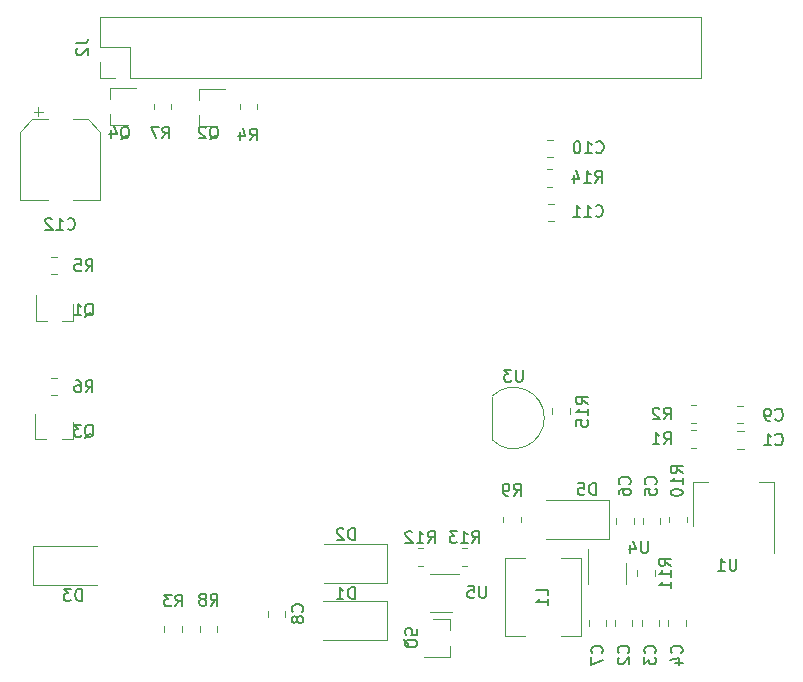
<source format=gbr>
%TF.GenerationSoftware,KiCad,Pcbnew,5.1.9+dfsg1-1*%
%TF.CreationDate,2021-12-20T12:13:36+01:00*%
%TF.ProjectId,RaspberryPi_UPS_HAT,52617370-6265-4727-9279-50695f555053,rev?*%
%TF.SameCoordinates,Original*%
%TF.FileFunction,Legend,Bot*%
%TF.FilePolarity,Positive*%
%FSLAX46Y46*%
G04 Gerber Fmt 4.6, Leading zero omitted, Abs format (unit mm)*
G04 Created by KiCad (PCBNEW 5.1.9+dfsg1-1) date 2021-12-20 12:13:36*
%MOMM*%
%LPD*%
G01*
G04 APERTURE LIST*
%ADD10C,0.120000*%
%ADD11C,0.150000*%
G04 APERTURE END LIST*
D10*
%TO.C,U5*%
X88150000Y-89810000D02*
X86350000Y-89810000D01*
X86350000Y-86590000D02*
X88800000Y-86590000D01*
%TO.C,U1*%
X108590000Y-78790000D02*
X109850000Y-78790000D01*
X115410000Y-78790000D02*
X114150000Y-78790000D01*
X108590000Y-82550000D02*
X108590000Y-78790000D01*
X115410000Y-84800000D02*
X115410000Y-78790000D01*
%TO.C,J2*%
X58340000Y-39400000D02*
X58340000Y-42000000D01*
X58340000Y-39400000D02*
X109260000Y-39400000D01*
X109260000Y-39400000D02*
X109260000Y-44600000D01*
X60940000Y-44600000D02*
X109260000Y-44600000D01*
X60940000Y-42000000D02*
X60940000Y-44600000D01*
X58340000Y-42000000D02*
X60940000Y-42000000D01*
X58340000Y-44600000D02*
X59670000Y-44600000D01*
X58340000Y-43270000D02*
X58340000Y-44600000D01*
%TO.C,U4*%
X102895000Y-85640000D02*
X102895000Y-87440000D01*
X99675000Y-87440000D02*
X99675000Y-84490000D01*
%TO.C,R15*%
X98135000Y-72572936D02*
X98135000Y-73027064D01*
X96665000Y-72572936D02*
X96665000Y-73027064D01*
%TO.C,Q2*%
X66800000Y-48650000D02*
X68260000Y-48650000D01*
X66800000Y-45490000D02*
X68960000Y-45490000D01*
X66800000Y-45490000D02*
X66800000Y-46420000D01*
X66800000Y-48650000D02*
X66800000Y-47720000D01*
%TO.C,Q1*%
X56080000Y-65150000D02*
X56080000Y-63690000D01*
X52920000Y-65150000D02*
X52920000Y-62990000D01*
X52920000Y-65150000D02*
X53850000Y-65150000D01*
X56080000Y-65150000D02*
X55150000Y-65150000D01*
%TO.C,R14*%
X96222936Y-52315000D02*
X96677064Y-52315000D01*
X96222936Y-53785000D02*
X96677064Y-53785000D01*
%TO.C,R13*%
X89477064Y-85885000D02*
X89022936Y-85885000D01*
X89477064Y-84415000D02*
X89022936Y-84415000D01*
%TO.C,R12*%
X85727064Y-85885000D02*
X85272936Y-85885000D01*
X85727064Y-84415000D02*
X85272936Y-84415000D01*
%TO.C,R11*%
X105335000Y-86272936D02*
X105335000Y-86727064D01*
X103865000Y-86272936D02*
X103865000Y-86727064D01*
%TO.C,R10*%
X108035000Y-81742936D02*
X108035000Y-82197064D01*
X106565000Y-81742936D02*
X106565000Y-82197064D01*
%TO.C,R9*%
X92515000Y-82177064D02*
X92515000Y-81722936D01*
X93985000Y-82177064D02*
X93985000Y-81722936D01*
%TO.C,R8*%
X68285000Y-91022936D02*
X68285000Y-91477064D01*
X66815000Y-91022936D02*
X66815000Y-91477064D01*
%TO.C,R7*%
X64410000Y-46757936D02*
X64410000Y-47212064D01*
X62940000Y-46757936D02*
X62940000Y-47212064D01*
%TO.C,R6*%
X54257936Y-70005000D02*
X54712064Y-70005000D01*
X54257936Y-71475000D02*
X54712064Y-71475000D01*
%TO.C,R5*%
X54257936Y-59755000D02*
X54712064Y-59755000D01*
X54257936Y-61225000D02*
X54712064Y-61225000D01*
%TO.C,R4*%
X71660000Y-46757936D02*
X71660000Y-47212064D01*
X70190000Y-46757936D02*
X70190000Y-47212064D01*
%TO.C,R3*%
X65285000Y-91022936D02*
X65285000Y-91477064D01*
X63815000Y-91022936D02*
X63815000Y-91477064D01*
%TO.C,R2*%
X108422936Y-72315000D02*
X108877064Y-72315000D01*
X108422936Y-73785000D02*
X108877064Y-73785000D01*
%TO.C,R1*%
X108422936Y-74415000D02*
X108877064Y-74415000D01*
X108422936Y-75885000D02*
X108877064Y-75885000D01*
%TO.C,D3*%
X52700000Y-87550000D02*
X58100000Y-87550000D01*
X52700000Y-84250000D02*
X58100000Y-84250000D01*
X52700000Y-87550000D02*
X52700000Y-84250000D01*
%TO.C,C12*%
X52758750Y-47456250D02*
X53546250Y-47456250D01*
X53152500Y-47062500D02*
X53152500Y-47850000D01*
X57345563Y-48090000D02*
X58410000Y-49154437D01*
X52654437Y-48090000D02*
X51590000Y-49154437D01*
X52654437Y-48090000D02*
X53940000Y-48090000D01*
X57345563Y-48090000D02*
X56060000Y-48090000D01*
X58410000Y-49154437D02*
X58410000Y-54910000D01*
X51590000Y-49154437D02*
X51590000Y-54910000D01*
X51590000Y-54910000D02*
X53940000Y-54910000D01*
X58410000Y-54910000D02*
X56060000Y-54910000D01*
%TO.C,C11*%
X96288748Y-55225000D02*
X96811252Y-55225000D01*
X96288748Y-56695000D02*
X96811252Y-56695000D01*
%TO.C,C10*%
X96711252Y-51285000D02*
X96188748Y-51285000D01*
X96711252Y-49815000D02*
X96188748Y-49815000D01*
%TO.C,Q3*%
X56065000Y-75200000D02*
X56065000Y-73740000D01*
X52905000Y-75200000D02*
X52905000Y-73040000D01*
X52905000Y-75200000D02*
X53835000Y-75200000D01*
X56065000Y-75200000D02*
X55135000Y-75200000D01*
%TO.C,Q4*%
X59265000Y-48565000D02*
X60725000Y-48565000D01*
X59265000Y-45405000D02*
X61425000Y-45405000D01*
X59265000Y-45405000D02*
X59265000Y-46335000D01*
X59265000Y-48565000D02*
X59265000Y-47635000D01*
%TO.C,U3*%
X91550000Y-75180000D02*
X91550000Y-71580000D01*
X91561522Y-71541522D02*
G75*
G02*
X96000000Y-73380000I1838478J-1838478D01*
G01*
X91561522Y-75218478D02*
G75*
G03*
X96000000Y-73380000I1838478J1838478D01*
G01*
%TO.C,D2*%
X82705000Y-84060000D02*
X77305000Y-84060000D01*
X82705000Y-87360000D02*
X77305000Y-87360000D01*
X82705000Y-84060000D02*
X82705000Y-87360000D01*
%TO.C,C1*%
X112338748Y-74515000D02*
X112861252Y-74515000D01*
X112338748Y-75985000D02*
X112861252Y-75985000D01*
%TO.C,C2*%
X103460000Y-90458748D02*
X103460000Y-90981252D01*
X101990000Y-90458748D02*
X101990000Y-90981252D01*
%TO.C,C3*%
X105735000Y-90458748D02*
X105735000Y-90981252D01*
X104265000Y-90458748D02*
X104265000Y-90981252D01*
%TO.C,C4*%
X107960000Y-90458748D02*
X107960000Y-90981252D01*
X106490000Y-90458748D02*
X106490000Y-90981252D01*
%TO.C,C5*%
X105805000Y-81818748D02*
X105805000Y-82341252D01*
X104335000Y-81818748D02*
X104335000Y-82341252D01*
%TO.C,C6*%
X103565000Y-81818748D02*
X103565000Y-82341252D01*
X102095000Y-81818748D02*
X102095000Y-82341252D01*
%TO.C,L1*%
X92700000Y-91850000D02*
X94400000Y-91850000D01*
X92700000Y-85250000D02*
X92700000Y-91850000D01*
X94400000Y-85250000D02*
X92700000Y-85250000D01*
X99100000Y-85250000D02*
X97400000Y-85250000D01*
X99100000Y-91850000D02*
X99100000Y-85250000D01*
X97400000Y-91850000D02*
X99100000Y-91850000D01*
%TO.C,C7*%
X101235000Y-90488748D02*
X101235000Y-91011252D01*
X99765000Y-90488748D02*
X99765000Y-91011252D01*
%TO.C,C8*%
X74035000Y-89688748D02*
X74035000Y-90211252D01*
X72565000Y-89688748D02*
X72565000Y-90211252D01*
%TO.C,C9*%
X112288748Y-72365000D02*
X112811252Y-72365000D01*
X112288748Y-73835000D02*
X112811252Y-73835000D01*
%TO.C,D1*%
X82680000Y-88885000D02*
X77280000Y-88885000D01*
X82680000Y-92185000D02*
X77280000Y-92185000D01*
X82680000Y-88885000D02*
X82680000Y-92185000D01*
%TO.C,Q5*%
X88010000Y-90420000D02*
X86550000Y-90420000D01*
X88010000Y-93580000D02*
X85850000Y-93580000D01*
X88010000Y-93580000D02*
X88010000Y-92650000D01*
X88010000Y-90420000D02*
X88010000Y-91350000D01*
%TO.C,D5*%
X101500000Y-80300000D02*
X96100000Y-80300000D01*
X101500000Y-83600000D02*
X96100000Y-83600000D01*
X101500000Y-80300000D02*
X101500000Y-83600000D01*
%TO.C,U5*%
D11*
X91061904Y-87602380D02*
X91061904Y-88411904D01*
X91014285Y-88507142D01*
X90966666Y-88554761D01*
X90871428Y-88602380D01*
X90680952Y-88602380D01*
X90585714Y-88554761D01*
X90538095Y-88507142D01*
X90490476Y-88411904D01*
X90490476Y-87602380D01*
X89538095Y-87602380D02*
X90014285Y-87602380D01*
X90061904Y-88078571D01*
X90014285Y-88030952D01*
X89919047Y-87983333D01*
X89680952Y-87983333D01*
X89585714Y-88030952D01*
X89538095Y-88078571D01*
X89490476Y-88173809D01*
X89490476Y-88411904D01*
X89538095Y-88507142D01*
X89585714Y-88554761D01*
X89680952Y-88602380D01*
X89919047Y-88602380D01*
X90014285Y-88554761D01*
X90061904Y-88507142D01*
%TO.C,U1*%
X112261904Y-85302380D02*
X112261904Y-86111904D01*
X112214285Y-86207142D01*
X112166666Y-86254761D01*
X112071428Y-86302380D01*
X111880952Y-86302380D01*
X111785714Y-86254761D01*
X111738095Y-86207142D01*
X111690476Y-86111904D01*
X111690476Y-85302380D01*
X110690476Y-86302380D02*
X111261904Y-86302380D01*
X110976190Y-86302380D02*
X110976190Y-85302380D01*
X111071428Y-85445238D01*
X111166666Y-85540476D01*
X111261904Y-85588095D01*
%TO.C,J2*%
X56352380Y-41666666D02*
X57066666Y-41666666D01*
X57209523Y-41619047D01*
X57304761Y-41523809D01*
X57352380Y-41380952D01*
X57352380Y-41285714D01*
X56447619Y-42095238D02*
X56400000Y-42142857D01*
X56352380Y-42238095D01*
X56352380Y-42476190D01*
X56400000Y-42571428D01*
X56447619Y-42619047D01*
X56542857Y-42666666D01*
X56638095Y-42666666D01*
X56780952Y-42619047D01*
X57352380Y-42047619D01*
X57352380Y-42666666D01*
%TO.C,U4*%
X104761904Y-83802380D02*
X104761904Y-84611904D01*
X104714285Y-84707142D01*
X104666666Y-84754761D01*
X104571428Y-84802380D01*
X104380952Y-84802380D01*
X104285714Y-84754761D01*
X104238095Y-84707142D01*
X104190476Y-84611904D01*
X104190476Y-83802380D01*
X103285714Y-84135714D02*
X103285714Y-84802380D01*
X103523809Y-83754761D02*
X103761904Y-84469047D01*
X103142857Y-84469047D01*
%TO.C,R15*%
X99702380Y-72207142D02*
X99226190Y-71873809D01*
X99702380Y-71635714D02*
X98702380Y-71635714D01*
X98702380Y-72016666D01*
X98750000Y-72111904D01*
X98797619Y-72159523D01*
X98892857Y-72207142D01*
X99035714Y-72207142D01*
X99130952Y-72159523D01*
X99178571Y-72111904D01*
X99226190Y-72016666D01*
X99226190Y-71635714D01*
X99702380Y-73159523D02*
X99702380Y-72588095D01*
X99702380Y-72873809D02*
X98702380Y-72873809D01*
X98845238Y-72778571D01*
X98940476Y-72683333D01*
X98988095Y-72588095D01*
X98702380Y-74064285D02*
X98702380Y-73588095D01*
X99178571Y-73540476D01*
X99130952Y-73588095D01*
X99083333Y-73683333D01*
X99083333Y-73921428D01*
X99130952Y-74016666D01*
X99178571Y-74064285D01*
X99273809Y-74111904D01*
X99511904Y-74111904D01*
X99607142Y-74064285D01*
X99654761Y-74016666D01*
X99702380Y-73921428D01*
X99702380Y-73683333D01*
X99654761Y-73588095D01*
X99607142Y-73540476D01*
%TO.C,Q2*%
X67655238Y-49797619D02*
X67750476Y-49750000D01*
X67845714Y-49654761D01*
X67988571Y-49511904D01*
X68083809Y-49464285D01*
X68179047Y-49464285D01*
X68131428Y-49702380D02*
X68226666Y-49654761D01*
X68321904Y-49559523D01*
X68369523Y-49369047D01*
X68369523Y-49035714D01*
X68321904Y-48845238D01*
X68226666Y-48750000D01*
X68131428Y-48702380D01*
X67940952Y-48702380D01*
X67845714Y-48750000D01*
X67750476Y-48845238D01*
X67702857Y-49035714D01*
X67702857Y-49369047D01*
X67750476Y-49559523D01*
X67845714Y-49654761D01*
X67940952Y-49702380D01*
X68131428Y-49702380D01*
X67321904Y-48797619D02*
X67274285Y-48750000D01*
X67179047Y-48702380D01*
X66940952Y-48702380D01*
X66845714Y-48750000D01*
X66798095Y-48797619D01*
X66750476Y-48892857D01*
X66750476Y-48988095D01*
X66798095Y-49130952D01*
X67369523Y-49702380D01*
X66750476Y-49702380D01*
%TO.C,Q1*%
X57095238Y-64797619D02*
X57190476Y-64750000D01*
X57285714Y-64654761D01*
X57428571Y-64511904D01*
X57523809Y-64464285D01*
X57619047Y-64464285D01*
X57571428Y-64702380D02*
X57666666Y-64654761D01*
X57761904Y-64559523D01*
X57809523Y-64369047D01*
X57809523Y-64035714D01*
X57761904Y-63845238D01*
X57666666Y-63750000D01*
X57571428Y-63702380D01*
X57380952Y-63702380D01*
X57285714Y-63750000D01*
X57190476Y-63845238D01*
X57142857Y-64035714D01*
X57142857Y-64369047D01*
X57190476Y-64559523D01*
X57285714Y-64654761D01*
X57380952Y-64702380D01*
X57571428Y-64702380D01*
X56190476Y-64702380D02*
X56761904Y-64702380D01*
X56476190Y-64702380D02*
X56476190Y-63702380D01*
X56571428Y-63845238D01*
X56666666Y-63940476D01*
X56761904Y-63988095D01*
%TO.C,R14*%
X100292857Y-53452380D02*
X100626190Y-52976190D01*
X100864285Y-53452380D02*
X100864285Y-52452380D01*
X100483333Y-52452380D01*
X100388095Y-52500000D01*
X100340476Y-52547619D01*
X100292857Y-52642857D01*
X100292857Y-52785714D01*
X100340476Y-52880952D01*
X100388095Y-52928571D01*
X100483333Y-52976190D01*
X100864285Y-52976190D01*
X99340476Y-53452380D02*
X99911904Y-53452380D01*
X99626190Y-53452380D02*
X99626190Y-52452380D01*
X99721428Y-52595238D01*
X99816666Y-52690476D01*
X99911904Y-52738095D01*
X98483333Y-52785714D02*
X98483333Y-53452380D01*
X98721428Y-52404761D02*
X98959523Y-53119047D01*
X98340476Y-53119047D01*
%TO.C,R13*%
X89892857Y-83952380D02*
X90226190Y-83476190D01*
X90464285Y-83952380D02*
X90464285Y-82952380D01*
X90083333Y-82952380D01*
X89988095Y-83000000D01*
X89940476Y-83047619D01*
X89892857Y-83142857D01*
X89892857Y-83285714D01*
X89940476Y-83380952D01*
X89988095Y-83428571D01*
X90083333Y-83476190D01*
X90464285Y-83476190D01*
X88940476Y-83952380D02*
X89511904Y-83952380D01*
X89226190Y-83952380D02*
X89226190Y-82952380D01*
X89321428Y-83095238D01*
X89416666Y-83190476D01*
X89511904Y-83238095D01*
X88607142Y-82952380D02*
X87988095Y-82952380D01*
X88321428Y-83333333D01*
X88178571Y-83333333D01*
X88083333Y-83380952D01*
X88035714Y-83428571D01*
X87988095Y-83523809D01*
X87988095Y-83761904D01*
X88035714Y-83857142D01*
X88083333Y-83904761D01*
X88178571Y-83952380D01*
X88464285Y-83952380D01*
X88559523Y-83904761D01*
X88607142Y-83857142D01*
%TO.C,R12*%
X86142857Y-83952380D02*
X86476190Y-83476190D01*
X86714285Y-83952380D02*
X86714285Y-82952380D01*
X86333333Y-82952380D01*
X86238095Y-83000000D01*
X86190476Y-83047619D01*
X86142857Y-83142857D01*
X86142857Y-83285714D01*
X86190476Y-83380952D01*
X86238095Y-83428571D01*
X86333333Y-83476190D01*
X86714285Y-83476190D01*
X85190476Y-83952380D02*
X85761904Y-83952380D01*
X85476190Y-83952380D02*
X85476190Y-82952380D01*
X85571428Y-83095238D01*
X85666666Y-83190476D01*
X85761904Y-83238095D01*
X84809523Y-83047619D02*
X84761904Y-83000000D01*
X84666666Y-82952380D01*
X84428571Y-82952380D01*
X84333333Y-83000000D01*
X84285714Y-83047619D01*
X84238095Y-83142857D01*
X84238095Y-83238095D01*
X84285714Y-83380952D01*
X84857142Y-83952380D01*
X84238095Y-83952380D01*
%TO.C,R11*%
X106702380Y-85907142D02*
X106226190Y-85573809D01*
X106702380Y-85335714D02*
X105702380Y-85335714D01*
X105702380Y-85716666D01*
X105750000Y-85811904D01*
X105797619Y-85859523D01*
X105892857Y-85907142D01*
X106035714Y-85907142D01*
X106130952Y-85859523D01*
X106178571Y-85811904D01*
X106226190Y-85716666D01*
X106226190Y-85335714D01*
X106702380Y-86859523D02*
X106702380Y-86288095D01*
X106702380Y-86573809D02*
X105702380Y-86573809D01*
X105845238Y-86478571D01*
X105940476Y-86383333D01*
X105988095Y-86288095D01*
X106702380Y-87811904D02*
X106702380Y-87240476D01*
X106702380Y-87526190D02*
X105702380Y-87526190D01*
X105845238Y-87430952D01*
X105940476Y-87335714D01*
X105988095Y-87240476D01*
%TO.C,R10*%
X107702380Y-78057142D02*
X107226190Y-77723809D01*
X107702380Y-77485714D02*
X106702380Y-77485714D01*
X106702380Y-77866666D01*
X106750000Y-77961904D01*
X106797619Y-78009523D01*
X106892857Y-78057142D01*
X107035714Y-78057142D01*
X107130952Y-78009523D01*
X107178571Y-77961904D01*
X107226190Y-77866666D01*
X107226190Y-77485714D01*
X107702380Y-79009523D02*
X107702380Y-78438095D01*
X107702380Y-78723809D02*
X106702380Y-78723809D01*
X106845238Y-78628571D01*
X106940476Y-78533333D01*
X106988095Y-78438095D01*
X106702380Y-79628571D02*
X106702380Y-79723809D01*
X106750000Y-79819047D01*
X106797619Y-79866666D01*
X106892857Y-79914285D01*
X107083333Y-79961904D01*
X107321428Y-79961904D01*
X107511904Y-79914285D01*
X107607142Y-79866666D01*
X107654761Y-79819047D01*
X107702380Y-79723809D01*
X107702380Y-79628571D01*
X107654761Y-79533333D01*
X107607142Y-79485714D01*
X107511904Y-79438095D01*
X107321428Y-79390476D01*
X107083333Y-79390476D01*
X106892857Y-79438095D01*
X106797619Y-79485714D01*
X106750000Y-79533333D01*
X106702380Y-79628571D01*
%TO.C,R9*%
X93416666Y-79952380D02*
X93750000Y-79476190D01*
X93988095Y-79952380D02*
X93988095Y-78952380D01*
X93607142Y-78952380D01*
X93511904Y-79000000D01*
X93464285Y-79047619D01*
X93416666Y-79142857D01*
X93416666Y-79285714D01*
X93464285Y-79380952D01*
X93511904Y-79428571D01*
X93607142Y-79476190D01*
X93988095Y-79476190D01*
X92940476Y-79952380D02*
X92750000Y-79952380D01*
X92654761Y-79904761D01*
X92607142Y-79857142D01*
X92511904Y-79714285D01*
X92464285Y-79523809D01*
X92464285Y-79142857D01*
X92511904Y-79047619D01*
X92559523Y-79000000D01*
X92654761Y-78952380D01*
X92845238Y-78952380D01*
X92940476Y-79000000D01*
X92988095Y-79047619D01*
X93035714Y-79142857D01*
X93035714Y-79380952D01*
X92988095Y-79476190D01*
X92940476Y-79523809D01*
X92845238Y-79571428D01*
X92654761Y-79571428D01*
X92559523Y-79523809D01*
X92511904Y-79476190D01*
X92464285Y-79380952D01*
%TO.C,R8*%
X67741666Y-89277380D02*
X68075000Y-88801190D01*
X68313095Y-89277380D02*
X68313095Y-88277380D01*
X67932142Y-88277380D01*
X67836904Y-88325000D01*
X67789285Y-88372619D01*
X67741666Y-88467857D01*
X67741666Y-88610714D01*
X67789285Y-88705952D01*
X67836904Y-88753571D01*
X67932142Y-88801190D01*
X68313095Y-88801190D01*
X67170238Y-88705952D02*
X67265476Y-88658333D01*
X67313095Y-88610714D01*
X67360714Y-88515476D01*
X67360714Y-88467857D01*
X67313095Y-88372619D01*
X67265476Y-88325000D01*
X67170238Y-88277380D01*
X66979761Y-88277380D01*
X66884523Y-88325000D01*
X66836904Y-88372619D01*
X66789285Y-88467857D01*
X66789285Y-88515476D01*
X66836904Y-88610714D01*
X66884523Y-88658333D01*
X66979761Y-88705952D01*
X67170238Y-88705952D01*
X67265476Y-88753571D01*
X67313095Y-88801190D01*
X67360714Y-88896428D01*
X67360714Y-89086904D01*
X67313095Y-89182142D01*
X67265476Y-89229761D01*
X67170238Y-89277380D01*
X66979761Y-89277380D01*
X66884523Y-89229761D01*
X66836904Y-89182142D01*
X66789285Y-89086904D01*
X66789285Y-88896428D01*
X66836904Y-88801190D01*
X66884523Y-88753571D01*
X66979761Y-88705952D01*
%TO.C,R7*%
X63666666Y-49702380D02*
X64000000Y-49226190D01*
X64238095Y-49702380D02*
X64238095Y-48702380D01*
X63857142Y-48702380D01*
X63761904Y-48750000D01*
X63714285Y-48797619D01*
X63666666Y-48892857D01*
X63666666Y-49035714D01*
X63714285Y-49130952D01*
X63761904Y-49178571D01*
X63857142Y-49226190D01*
X64238095Y-49226190D01*
X63333333Y-48702380D02*
X62666666Y-48702380D01*
X63095238Y-49702380D01*
%TO.C,R6*%
X57166666Y-71202380D02*
X57500000Y-70726190D01*
X57738095Y-71202380D02*
X57738095Y-70202380D01*
X57357142Y-70202380D01*
X57261904Y-70250000D01*
X57214285Y-70297619D01*
X57166666Y-70392857D01*
X57166666Y-70535714D01*
X57214285Y-70630952D01*
X57261904Y-70678571D01*
X57357142Y-70726190D01*
X57738095Y-70726190D01*
X56309523Y-70202380D02*
X56500000Y-70202380D01*
X56595238Y-70250000D01*
X56642857Y-70297619D01*
X56738095Y-70440476D01*
X56785714Y-70630952D01*
X56785714Y-71011904D01*
X56738095Y-71107142D01*
X56690476Y-71154761D01*
X56595238Y-71202380D01*
X56404761Y-71202380D01*
X56309523Y-71154761D01*
X56261904Y-71107142D01*
X56214285Y-71011904D01*
X56214285Y-70773809D01*
X56261904Y-70678571D01*
X56309523Y-70630952D01*
X56404761Y-70583333D01*
X56595238Y-70583333D01*
X56690476Y-70630952D01*
X56738095Y-70678571D01*
X56785714Y-70773809D01*
%TO.C,R5*%
X57166666Y-60952380D02*
X57500000Y-60476190D01*
X57738095Y-60952380D02*
X57738095Y-59952380D01*
X57357142Y-59952380D01*
X57261904Y-60000000D01*
X57214285Y-60047619D01*
X57166666Y-60142857D01*
X57166666Y-60285714D01*
X57214285Y-60380952D01*
X57261904Y-60428571D01*
X57357142Y-60476190D01*
X57738095Y-60476190D01*
X56261904Y-59952380D02*
X56738095Y-59952380D01*
X56785714Y-60428571D01*
X56738095Y-60380952D01*
X56642857Y-60333333D01*
X56404761Y-60333333D01*
X56309523Y-60380952D01*
X56261904Y-60428571D01*
X56214285Y-60523809D01*
X56214285Y-60761904D01*
X56261904Y-60857142D01*
X56309523Y-60904761D01*
X56404761Y-60952380D01*
X56642857Y-60952380D01*
X56738095Y-60904761D01*
X56785714Y-60857142D01*
%TO.C,R4*%
X71066666Y-49872380D02*
X71400000Y-49396190D01*
X71638095Y-49872380D02*
X71638095Y-48872380D01*
X71257142Y-48872380D01*
X71161904Y-48920000D01*
X71114285Y-48967619D01*
X71066666Y-49062857D01*
X71066666Y-49205714D01*
X71114285Y-49300952D01*
X71161904Y-49348571D01*
X71257142Y-49396190D01*
X71638095Y-49396190D01*
X70209523Y-49205714D02*
X70209523Y-49872380D01*
X70447619Y-48824761D02*
X70685714Y-49539047D01*
X70066666Y-49539047D01*
%TO.C,R3*%
X64766666Y-89327380D02*
X65100000Y-88851190D01*
X65338095Y-89327380D02*
X65338095Y-88327380D01*
X64957142Y-88327380D01*
X64861904Y-88375000D01*
X64814285Y-88422619D01*
X64766666Y-88517857D01*
X64766666Y-88660714D01*
X64814285Y-88755952D01*
X64861904Y-88803571D01*
X64957142Y-88851190D01*
X65338095Y-88851190D01*
X64433333Y-88327380D02*
X63814285Y-88327380D01*
X64147619Y-88708333D01*
X64004761Y-88708333D01*
X63909523Y-88755952D01*
X63861904Y-88803571D01*
X63814285Y-88898809D01*
X63814285Y-89136904D01*
X63861904Y-89232142D01*
X63909523Y-89279761D01*
X64004761Y-89327380D01*
X64290476Y-89327380D01*
X64385714Y-89279761D01*
X64433333Y-89232142D01*
%TO.C,R2*%
X106116666Y-73502380D02*
X106450000Y-73026190D01*
X106688095Y-73502380D02*
X106688095Y-72502380D01*
X106307142Y-72502380D01*
X106211904Y-72550000D01*
X106164285Y-72597619D01*
X106116666Y-72692857D01*
X106116666Y-72835714D01*
X106164285Y-72930952D01*
X106211904Y-72978571D01*
X106307142Y-73026190D01*
X106688095Y-73026190D01*
X105735714Y-72597619D02*
X105688095Y-72550000D01*
X105592857Y-72502380D01*
X105354761Y-72502380D01*
X105259523Y-72550000D01*
X105211904Y-72597619D01*
X105164285Y-72692857D01*
X105164285Y-72788095D01*
X105211904Y-72930952D01*
X105783333Y-73502380D01*
X105164285Y-73502380D01*
%TO.C,R1*%
X106116666Y-75602380D02*
X106450000Y-75126190D01*
X106688095Y-75602380D02*
X106688095Y-74602380D01*
X106307142Y-74602380D01*
X106211904Y-74650000D01*
X106164285Y-74697619D01*
X106116666Y-74792857D01*
X106116666Y-74935714D01*
X106164285Y-75030952D01*
X106211904Y-75078571D01*
X106307142Y-75126190D01*
X106688095Y-75126190D01*
X105164285Y-75602380D02*
X105735714Y-75602380D01*
X105450000Y-75602380D02*
X105450000Y-74602380D01*
X105545238Y-74745238D01*
X105640476Y-74840476D01*
X105735714Y-74888095D01*
%TO.C,D3*%
X56838095Y-88852380D02*
X56838095Y-87852380D01*
X56600000Y-87852380D01*
X56457142Y-87900000D01*
X56361904Y-87995238D01*
X56314285Y-88090476D01*
X56266666Y-88280952D01*
X56266666Y-88423809D01*
X56314285Y-88614285D01*
X56361904Y-88709523D01*
X56457142Y-88804761D01*
X56600000Y-88852380D01*
X56838095Y-88852380D01*
X55933333Y-87852380D02*
X55314285Y-87852380D01*
X55647619Y-88233333D01*
X55504761Y-88233333D01*
X55409523Y-88280952D01*
X55361904Y-88328571D01*
X55314285Y-88423809D01*
X55314285Y-88661904D01*
X55361904Y-88757142D01*
X55409523Y-88804761D01*
X55504761Y-88852380D01*
X55790476Y-88852380D01*
X55885714Y-88804761D01*
X55933333Y-88757142D01*
%TO.C,C12*%
X55642857Y-57357142D02*
X55690476Y-57404761D01*
X55833333Y-57452380D01*
X55928571Y-57452380D01*
X56071428Y-57404761D01*
X56166666Y-57309523D01*
X56214285Y-57214285D01*
X56261904Y-57023809D01*
X56261904Y-56880952D01*
X56214285Y-56690476D01*
X56166666Y-56595238D01*
X56071428Y-56500000D01*
X55928571Y-56452380D01*
X55833333Y-56452380D01*
X55690476Y-56500000D01*
X55642857Y-56547619D01*
X54690476Y-57452380D02*
X55261904Y-57452380D01*
X54976190Y-57452380D02*
X54976190Y-56452380D01*
X55071428Y-56595238D01*
X55166666Y-56690476D01*
X55261904Y-56738095D01*
X54309523Y-56547619D02*
X54261904Y-56500000D01*
X54166666Y-56452380D01*
X53928571Y-56452380D01*
X53833333Y-56500000D01*
X53785714Y-56547619D01*
X53738095Y-56642857D01*
X53738095Y-56738095D01*
X53785714Y-56880952D01*
X54357142Y-57452380D01*
X53738095Y-57452380D01*
%TO.C,C11*%
X100342857Y-56257142D02*
X100390476Y-56304761D01*
X100533333Y-56352380D01*
X100628571Y-56352380D01*
X100771428Y-56304761D01*
X100866666Y-56209523D01*
X100914285Y-56114285D01*
X100961904Y-55923809D01*
X100961904Y-55780952D01*
X100914285Y-55590476D01*
X100866666Y-55495238D01*
X100771428Y-55400000D01*
X100628571Y-55352380D01*
X100533333Y-55352380D01*
X100390476Y-55400000D01*
X100342857Y-55447619D01*
X99390476Y-56352380D02*
X99961904Y-56352380D01*
X99676190Y-56352380D02*
X99676190Y-55352380D01*
X99771428Y-55495238D01*
X99866666Y-55590476D01*
X99961904Y-55638095D01*
X98438095Y-56352380D02*
X99009523Y-56352380D01*
X98723809Y-56352380D02*
X98723809Y-55352380D01*
X98819047Y-55495238D01*
X98914285Y-55590476D01*
X99009523Y-55638095D01*
%TO.C,C10*%
X100392857Y-50857142D02*
X100440476Y-50904761D01*
X100583333Y-50952380D01*
X100678571Y-50952380D01*
X100821428Y-50904761D01*
X100916666Y-50809523D01*
X100964285Y-50714285D01*
X101011904Y-50523809D01*
X101011904Y-50380952D01*
X100964285Y-50190476D01*
X100916666Y-50095238D01*
X100821428Y-50000000D01*
X100678571Y-49952380D01*
X100583333Y-49952380D01*
X100440476Y-50000000D01*
X100392857Y-50047619D01*
X99440476Y-50952380D02*
X100011904Y-50952380D01*
X99726190Y-50952380D02*
X99726190Y-49952380D01*
X99821428Y-50095238D01*
X99916666Y-50190476D01*
X100011904Y-50238095D01*
X98821428Y-49952380D02*
X98726190Y-49952380D01*
X98630952Y-50000000D01*
X98583333Y-50047619D01*
X98535714Y-50142857D01*
X98488095Y-50333333D01*
X98488095Y-50571428D01*
X98535714Y-50761904D01*
X98583333Y-50857142D01*
X98630952Y-50904761D01*
X98726190Y-50952380D01*
X98821428Y-50952380D01*
X98916666Y-50904761D01*
X98964285Y-50857142D01*
X99011904Y-50761904D01*
X99059523Y-50571428D01*
X99059523Y-50333333D01*
X99011904Y-50142857D01*
X98964285Y-50047619D01*
X98916666Y-50000000D01*
X98821428Y-49952380D01*
%TO.C,Q3*%
X57095238Y-75047619D02*
X57190476Y-75000000D01*
X57285714Y-74904761D01*
X57428571Y-74761904D01*
X57523809Y-74714285D01*
X57619047Y-74714285D01*
X57571428Y-74952380D02*
X57666666Y-74904761D01*
X57761904Y-74809523D01*
X57809523Y-74619047D01*
X57809523Y-74285714D01*
X57761904Y-74095238D01*
X57666666Y-74000000D01*
X57571428Y-73952380D01*
X57380952Y-73952380D01*
X57285714Y-74000000D01*
X57190476Y-74095238D01*
X57142857Y-74285714D01*
X57142857Y-74619047D01*
X57190476Y-74809523D01*
X57285714Y-74904761D01*
X57380952Y-74952380D01*
X57571428Y-74952380D01*
X56809523Y-73952380D02*
X56190476Y-73952380D01*
X56523809Y-74333333D01*
X56380952Y-74333333D01*
X56285714Y-74380952D01*
X56238095Y-74428571D01*
X56190476Y-74523809D01*
X56190476Y-74761904D01*
X56238095Y-74857142D01*
X56285714Y-74904761D01*
X56380952Y-74952380D01*
X56666666Y-74952380D01*
X56761904Y-74904761D01*
X56809523Y-74857142D01*
%TO.C,Q4*%
X60120238Y-49797619D02*
X60215476Y-49750000D01*
X60310714Y-49654761D01*
X60453571Y-49511904D01*
X60548809Y-49464285D01*
X60644047Y-49464285D01*
X60596428Y-49702380D02*
X60691666Y-49654761D01*
X60786904Y-49559523D01*
X60834523Y-49369047D01*
X60834523Y-49035714D01*
X60786904Y-48845238D01*
X60691666Y-48750000D01*
X60596428Y-48702380D01*
X60405952Y-48702380D01*
X60310714Y-48750000D01*
X60215476Y-48845238D01*
X60167857Y-49035714D01*
X60167857Y-49369047D01*
X60215476Y-49559523D01*
X60310714Y-49654761D01*
X60405952Y-49702380D01*
X60596428Y-49702380D01*
X59310714Y-49035714D02*
X59310714Y-49702380D01*
X59548809Y-48654761D02*
X59786904Y-49369047D01*
X59167857Y-49369047D01*
%TO.C,U3*%
X94161904Y-69302380D02*
X94161904Y-70111904D01*
X94114285Y-70207142D01*
X94066666Y-70254761D01*
X93971428Y-70302380D01*
X93780952Y-70302380D01*
X93685714Y-70254761D01*
X93638095Y-70207142D01*
X93590476Y-70111904D01*
X93590476Y-69302380D01*
X93209523Y-69302380D02*
X92590476Y-69302380D01*
X92923809Y-69683333D01*
X92780952Y-69683333D01*
X92685714Y-69730952D01*
X92638095Y-69778571D01*
X92590476Y-69873809D01*
X92590476Y-70111904D01*
X92638095Y-70207142D01*
X92685714Y-70254761D01*
X92780952Y-70302380D01*
X93066666Y-70302380D01*
X93161904Y-70254761D01*
X93209523Y-70207142D01*
%TO.C,D2*%
X79938095Y-83702380D02*
X79938095Y-82702380D01*
X79700000Y-82702380D01*
X79557142Y-82750000D01*
X79461904Y-82845238D01*
X79414285Y-82940476D01*
X79366666Y-83130952D01*
X79366666Y-83273809D01*
X79414285Y-83464285D01*
X79461904Y-83559523D01*
X79557142Y-83654761D01*
X79700000Y-83702380D01*
X79938095Y-83702380D01*
X78985714Y-82797619D02*
X78938095Y-82750000D01*
X78842857Y-82702380D01*
X78604761Y-82702380D01*
X78509523Y-82750000D01*
X78461904Y-82797619D01*
X78414285Y-82892857D01*
X78414285Y-82988095D01*
X78461904Y-83130952D01*
X79033333Y-83702380D01*
X78414285Y-83702380D01*
%TO.C,C1*%
X115566666Y-75607142D02*
X115614285Y-75654761D01*
X115757142Y-75702380D01*
X115852380Y-75702380D01*
X115995238Y-75654761D01*
X116090476Y-75559523D01*
X116138095Y-75464285D01*
X116185714Y-75273809D01*
X116185714Y-75130952D01*
X116138095Y-74940476D01*
X116090476Y-74845238D01*
X115995238Y-74750000D01*
X115852380Y-74702380D01*
X115757142Y-74702380D01*
X115614285Y-74750000D01*
X115566666Y-74797619D01*
X114614285Y-75702380D02*
X115185714Y-75702380D01*
X114900000Y-75702380D02*
X114900000Y-74702380D01*
X114995238Y-74845238D01*
X115090476Y-74940476D01*
X115185714Y-74988095D01*
%TO.C,C2*%
X103107142Y-93283333D02*
X103154761Y-93235714D01*
X103202380Y-93092857D01*
X103202380Y-92997619D01*
X103154761Y-92854761D01*
X103059523Y-92759523D01*
X102964285Y-92711904D01*
X102773809Y-92664285D01*
X102630952Y-92664285D01*
X102440476Y-92711904D01*
X102345238Y-92759523D01*
X102250000Y-92854761D01*
X102202380Y-92997619D01*
X102202380Y-93092857D01*
X102250000Y-93235714D01*
X102297619Y-93283333D01*
X102297619Y-93664285D02*
X102250000Y-93711904D01*
X102202380Y-93807142D01*
X102202380Y-94045238D01*
X102250000Y-94140476D01*
X102297619Y-94188095D01*
X102392857Y-94235714D01*
X102488095Y-94235714D01*
X102630952Y-94188095D01*
X103202380Y-93616666D01*
X103202380Y-94235714D01*
%TO.C,C3*%
X105357142Y-93283333D02*
X105404761Y-93235714D01*
X105452380Y-93092857D01*
X105452380Y-92997619D01*
X105404761Y-92854761D01*
X105309523Y-92759523D01*
X105214285Y-92711904D01*
X105023809Y-92664285D01*
X104880952Y-92664285D01*
X104690476Y-92711904D01*
X104595238Y-92759523D01*
X104500000Y-92854761D01*
X104452380Y-92997619D01*
X104452380Y-93092857D01*
X104500000Y-93235714D01*
X104547619Y-93283333D01*
X104452380Y-93616666D02*
X104452380Y-94235714D01*
X104833333Y-93902380D01*
X104833333Y-94045238D01*
X104880952Y-94140476D01*
X104928571Y-94188095D01*
X105023809Y-94235714D01*
X105261904Y-94235714D01*
X105357142Y-94188095D01*
X105404761Y-94140476D01*
X105452380Y-94045238D01*
X105452380Y-93759523D01*
X105404761Y-93664285D01*
X105357142Y-93616666D01*
%TO.C,C4*%
X107607142Y-93283333D02*
X107654761Y-93235714D01*
X107702380Y-93092857D01*
X107702380Y-92997619D01*
X107654761Y-92854761D01*
X107559523Y-92759523D01*
X107464285Y-92711904D01*
X107273809Y-92664285D01*
X107130952Y-92664285D01*
X106940476Y-92711904D01*
X106845238Y-92759523D01*
X106750000Y-92854761D01*
X106702380Y-92997619D01*
X106702380Y-93092857D01*
X106750000Y-93235714D01*
X106797619Y-93283333D01*
X107035714Y-94140476D02*
X107702380Y-94140476D01*
X106654761Y-93902380D02*
X107369047Y-93664285D01*
X107369047Y-94283333D01*
%TO.C,C5*%
X105407142Y-78983333D02*
X105454761Y-78935714D01*
X105502380Y-78792857D01*
X105502380Y-78697619D01*
X105454761Y-78554761D01*
X105359523Y-78459523D01*
X105264285Y-78411904D01*
X105073809Y-78364285D01*
X104930952Y-78364285D01*
X104740476Y-78411904D01*
X104645238Y-78459523D01*
X104550000Y-78554761D01*
X104502380Y-78697619D01*
X104502380Y-78792857D01*
X104550000Y-78935714D01*
X104597619Y-78983333D01*
X104502380Y-79888095D02*
X104502380Y-79411904D01*
X104978571Y-79364285D01*
X104930952Y-79411904D01*
X104883333Y-79507142D01*
X104883333Y-79745238D01*
X104930952Y-79840476D01*
X104978571Y-79888095D01*
X105073809Y-79935714D01*
X105311904Y-79935714D01*
X105407142Y-79888095D01*
X105454761Y-79840476D01*
X105502380Y-79745238D01*
X105502380Y-79507142D01*
X105454761Y-79411904D01*
X105407142Y-79364285D01*
%TO.C,C6*%
X103207142Y-78983333D02*
X103254761Y-78935714D01*
X103302380Y-78792857D01*
X103302380Y-78697619D01*
X103254761Y-78554761D01*
X103159523Y-78459523D01*
X103064285Y-78411904D01*
X102873809Y-78364285D01*
X102730952Y-78364285D01*
X102540476Y-78411904D01*
X102445238Y-78459523D01*
X102350000Y-78554761D01*
X102302380Y-78697619D01*
X102302380Y-78792857D01*
X102350000Y-78935714D01*
X102397619Y-78983333D01*
X102302380Y-79840476D02*
X102302380Y-79650000D01*
X102350000Y-79554761D01*
X102397619Y-79507142D01*
X102540476Y-79411904D01*
X102730952Y-79364285D01*
X103111904Y-79364285D01*
X103207142Y-79411904D01*
X103254761Y-79459523D01*
X103302380Y-79554761D01*
X103302380Y-79745238D01*
X103254761Y-79840476D01*
X103207142Y-79888095D01*
X103111904Y-79935714D01*
X102873809Y-79935714D01*
X102778571Y-79888095D01*
X102730952Y-79840476D01*
X102683333Y-79745238D01*
X102683333Y-79554761D01*
X102730952Y-79459523D01*
X102778571Y-79411904D01*
X102873809Y-79364285D01*
%TO.C,L1*%
X96302380Y-88383333D02*
X96302380Y-87907142D01*
X95302380Y-87907142D01*
X96302380Y-89240476D02*
X96302380Y-88669047D01*
X96302380Y-88954761D02*
X95302380Y-88954761D01*
X95445238Y-88859523D01*
X95540476Y-88764285D01*
X95588095Y-88669047D01*
%TO.C,C7*%
X100857142Y-93283333D02*
X100904761Y-93235714D01*
X100952380Y-93092857D01*
X100952380Y-92997619D01*
X100904761Y-92854761D01*
X100809523Y-92759523D01*
X100714285Y-92711904D01*
X100523809Y-92664285D01*
X100380952Y-92664285D01*
X100190476Y-92711904D01*
X100095238Y-92759523D01*
X100000000Y-92854761D01*
X99952380Y-92997619D01*
X99952380Y-93092857D01*
X100000000Y-93235714D01*
X100047619Y-93283333D01*
X99952380Y-93616666D02*
X99952380Y-94283333D01*
X100952380Y-93854761D01*
%TO.C,C8*%
X75507142Y-89783333D02*
X75554761Y-89735714D01*
X75602380Y-89592857D01*
X75602380Y-89497619D01*
X75554761Y-89354761D01*
X75459523Y-89259523D01*
X75364285Y-89211904D01*
X75173809Y-89164285D01*
X75030952Y-89164285D01*
X74840476Y-89211904D01*
X74745238Y-89259523D01*
X74650000Y-89354761D01*
X74602380Y-89497619D01*
X74602380Y-89592857D01*
X74650000Y-89735714D01*
X74697619Y-89783333D01*
X75030952Y-90354761D02*
X74983333Y-90259523D01*
X74935714Y-90211904D01*
X74840476Y-90164285D01*
X74792857Y-90164285D01*
X74697619Y-90211904D01*
X74650000Y-90259523D01*
X74602380Y-90354761D01*
X74602380Y-90545238D01*
X74650000Y-90640476D01*
X74697619Y-90688095D01*
X74792857Y-90735714D01*
X74840476Y-90735714D01*
X74935714Y-90688095D01*
X74983333Y-90640476D01*
X75030952Y-90545238D01*
X75030952Y-90354761D01*
X75078571Y-90259523D01*
X75126190Y-90211904D01*
X75221428Y-90164285D01*
X75411904Y-90164285D01*
X75507142Y-90211904D01*
X75554761Y-90259523D01*
X75602380Y-90354761D01*
X75602380Y-90545238D01*
X75554761Y-90640476D01*
X75507142Y-90688095D01*
X75411904Y-90735714D01*
X75221428Y-90735714D01*
X75126190Y-90688095D01*
X75078571Y-90640476D01*
X75030952Y-90545238D01*
%TO.C,C9*%
X115566666Y-73507142D02*
X115614285Y-73554761D01*
X115757142Y-73602380D01*
X115852380Y-73602380D01*
X115995238Y-73554761D01*
X116090476Y-73459523D01*
X116138095Y-73364285D01*
X116185714Y-73173809D01*
X116185714Y-73030952D01*
X116138095Y-72840476D01*
X116090476Y-72745238D01*
X115995238Y-72650000D01*
X115852380Y-72602380D01*
X115757142Y-72602380D01*
X115614285Y-72650000D01*
X115566666Y-72697619D01*
X115090476Y-73602380D02*
X114900000Y-73602380D01*
X114804761Y-73554761D01*
X114757142Y-73507142D01*
X114661904Y-73364285D01*
X114614285Y-73173809D01*
X114614285Y-72792857D01*
X114661904Y-72697619D01*
X114709523Y-72650000D01*
X114804761Y-72602380D01*
X114995238Y-72602380D01*
X115090476Y-72650000D01*
X115138095Y-72697619D01*
X115185714Y-72792857D01*
X115185714Y-73030952D01*
X115138095Y-73126190D01*
X115090476Y-73173809D01*
X114995238Y-73221428D01*
X114804761Y-73221428D01*
X114709523Y-73173809D01*
X114661904Y-73126190D01*
X114614285Y-73030952D01*
%TO.C,D1*%
X79938095Y-88702380D02*
X79938095Y-87702380D01*
X79700000Y-87702380D01*
X79557142Y-87750000D01*
X79461904Y-87845238D01*
X79414285Y-87940476D01*
X79366666Y-88130952D01*
X79366666Y-88273809D01*
X79414285Y-88464285D01*
X79461904Y-88559523D01*
X79557142Y-88654761D01*
X79700000Y-88702380D01*
X79938095Y-88702380D01*
X78414285Y-88702380D02*
X78985714Y-88702380D01*
X78700000Y-88702380D02*
X78700000Y-87702380D01*
X78795238Y-87845238D01*
X78890476Y-87940476D01*
X78985714Y-87988095D01*
%TO.C,Q5*%
X84102380Y-92095238D02*
X84150000Y-92190476D01*
X84245238Y-92285714D01*
X84388095Y-92428571D01*
X84435714Y-92523809D01*
X84435714Y-92619047D01*
X84197619Y-92571428D02*
X84245238Y-92666666D01*
X84340476Y-92761904D01*
X84530952Y-92809523D01*
X84864285Y-92809523D01*
X85054761Y-92761904D01*
X85150000Y-92666666D01*
X85197619Y-92571428D01*
X85197619Y-92380952D01*
X85150000Y-92285714D01*
X85054761Y-92190476D01*
X84864285Y-92142857D01*
X84530952Y-92142857D01*
X84340476Y-92190476D01*
X84245238Y-92285714D01*
X84197619Y-92380952D01*
X84197619Y-92571428D01*
X85197619Y-91238095D02*
X85197619Y-91714285D01*
X84721428Y-91761904D01*
X84769047Y-91714285D01*
X84816666Y-91619047D01*
X84816666Y-91380952D01*
X84769047Y-91285714D01*
X84721428Y-91238095D01*
X84626190Y-91190476D01*
X84388095Y-91190476D01*
X84292857Y-91238095D01*
X84245238Y-91285714D01*
X84197619Y-91380952D01*
X84197619Y-91619047D01*
X84245238Y-91714285D01*
X84292857Y-91761904D01*
%TO.C,D5*%
X100338095Y-79902380D02*
X100338095Y-78902380D01*
X100100000Y-78902380D01*
X99957142Y-78950000D01*
X99861904Y-79045238D01*
X99814285Y-79140476D01*
X99766666Y-79330952D01*
X99766666Y-79473809D01*
X99814285Y-79664285D01*
X99861904Y-79759523D01*
X99957142Y-79854761D01*
X100100000Y-79902380D01*
X100338095Y-79902380D01*
X98861904Y-78902380D02*
X99338095Y-78902380D01*
X99385714Y-79378571D01*
X99338095Y-79330952D01*
X99242857Y-79283333D01*
X99004761Y-79283333D01*
X98909523Y-79330952D01*
X98861904Y-79378571D01*
X98814285Y-79473809D01*
X98814285Y-79711904D01*
X98861904Y-79807142D01*
X98909523Y-79854761D01*
X99004761Y-79902380D01*
X99242857Y-79902380D01*
X99338095Y-79854761D01*
X99385714Y-79807142D01*
%TD*%
M02*

</source>
